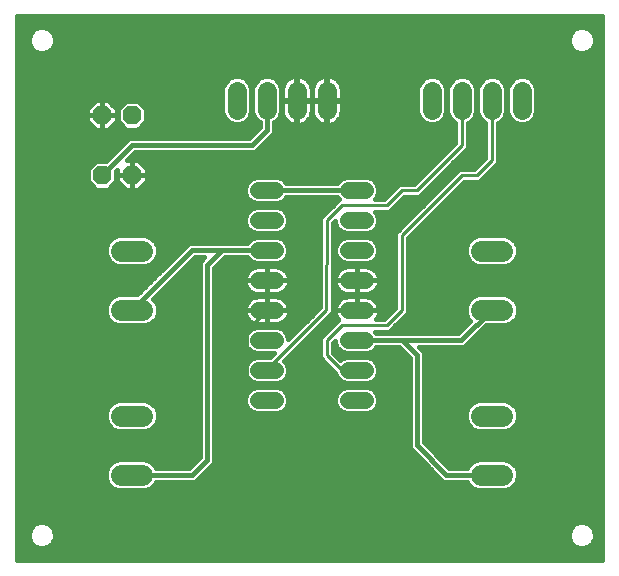
<source format=gbl>
G75*
%MOIN*%
%OFA0B0*%
%FSLAX25Y25*%
%IPPOS*%
%LPD*%
%AMOC8*
5,1,8,0,0,1.08239X$1,22.5*
%
%ADD10C,0.05600*%
%ADD11C,0.06400*%
%ADD12C,0.07100*%
%ADD13OC8,0.06300*%
%ADD14C,0.01000*%
%ADD15C,0.01600*%
D10*
X0089000Y0071800D02*
X0094600Y0071800D01*
X0094600Y0081800D02*
X0089000Y0081800D01*
X0089000Y0091800D02*
X0094600Y0091800D01*
X0094600Y0101800D02*
X0089000Y0101800D01*
X0089000Y0111800D02*
X0094600Y0111800D01*
X0094600Y0121800D02*
X0089000Y0121800D01*
X0089000Y0131800D02*
X0094600Y0131800D01*
X0094600Y0141800D02*
X0089000Y0141800D01*
X0119000Y0141800D02*
X0124600Y0141800D01*
X0124600Y0131800D02*
X0119000Y0131800D01*
X0119000Y0121800D02*
X0124600Y0121800D01*
X0124600Y0111800D02*
X0119000Y0111800D01*
X0119000Y0101800D02*
X0124600Y0101800D01*
X0124600Y0091800D02*
X0119000Y0091800D01*
X0119000Y0081800D02*
X0124600Y0081800D01*
X0124600Y0071800D02*
X0119000Y0071800D01*
D11*
X0111800Y0168600D02*
X0111800Y0175000D01*
X0101800Y0175000D02*
X0101800Y0168600D01*
X0091800Y0168600D02*
X0091800Y0175000D01*
X0081800Y0175000D02*
X0081800Y0168600D01*
X0146800Y0168600D02*
X0146800Y0175000D01*
X0156800Y0175000D02*
X0156800Y0168600D01*
X0166800Y0168600D02*
X0166800Y0175000D01*
X0176800Y0175000D02*
X0176800Y0168600D01*
D12*
X0170350Y0121643D02*
X0163250Y0121643D01*
X0163250Y0101957D02*
X0170350Y0101957D01*
X0170350Y0066643D02*
X0163250Y0066643D01*
X0163250Y0046957D02*
X0170350Y0046957D01*
X0050350Y0046957D02*
X0043250Y0046957D01*
X0043250Y0066643D02*
X0050350Y0066643D01*
X0050350Y0101957D02*
X0043250Y0101957D01*
X0043250Y0121643D02*
X0050350Y0121643D01*
D13*
X0046800Y0146800D03*
X0036800Y0146800D03*
X0036800Y0166800D03*
X0046800Y0166800D03*
D14*
X0047300Y0147300D02*
X0046800Y0146800D01*
X0047300Y0147300D02*
X0077000Y0147300D01*
X0091800Y0141800D02*
X0092300Y0141900D01*
X0111800Y0131800D02*
X0116800Y0136800D01*
X0131800Y0136800D01*
X0136800Y0141800D01*
X0141800Y0141800D01*
X0156800Y0156800D01*
X0156800Y0171800D01*
X0156200Y0171600D01*
X0156200Y0168000D01*
X0166800Y0171800D02*
X0166800Y0151800D01*
X0161800Y0146800D01*
X0156800Y0146800D01*
X0136800Y0126800D01*
X0136800Y0101800D01*
X0131800Y0096800D01*
X0116800Y0096800D01*
X0111800Y0091800D01*
X0111800Y0086800D01*
X0116800Y0081800D01*
X0121800Y0081800D01*
X0119300Y0099600D02*
X0118400Y0099600D01*
X0119300Y0099600D02*
X0121100Y0101400D01*
X0121800Y0101800D01*
X0111700Y0101900D02*
X0111800Y0131800D01*
X0121100Y0141900D02*
X0121800Y0141800D01*
X0101800Y0171800D02*
X0101300Y0171600D01*
X0091800Y0101800D02*
X0085100Y0095100D01*
X0085100Y0079800D01*
X0087800Y0077100D01*
X0095900Y0077100D01*
X0091800Y0081800D02*
X0092300Y0082500D01*
X0111700Y0101900D01*
D15*
X0008600Y0018600D02*
X0008600Y0199961D01*
X0203701Y0199961D01*
X0203701Y0018600D01*
X0008600Y0018600D01*
X0008600Y0019997D02*
X0203701Y0019997D01*
X0203701Y0021596D02*
X0008600Y0021596D01*
X0008600Y0023194D02*
X0014241Y0023194D01*
X0014331Y0023105D02*
X0015933Y0022441D01*
X0017667Y0022441D01*
X0019269Y0023105D01*
X0020495Y0024331D01*
X0021159Y0025933D01*
X0021159Y0027667D01*
X0020495Y0029269D01*
X0019269Y0030495D01*
X0017667Y0031159D01*
X0015933Y0031159D01*
X0014331Y0030495D01*
X0013105Y0029269D01*
X0012441Y0027667D01*
X0012441Y0025933D01*
X0013105Y0024331D01*
X0014331Y0023105D01*
X0012913Y0024793D02*
X0008600Y0024793D01*
X0008600Y0026391D02*
X0012441Y0026391D01*
X0012575Y0027990D02*
X0008600Y0027990D01*
X0008600Y0029588D02*
X0013423Y0029588D01*
X0008600Y0031187D02*
X0203701Y0031187D01*
X0203701Y0032785D02*
X0008600Y0032785D01*
X0008600Y0034384D02*
X0203701Y0034384D01*
X0203701Y0035982D02*
X0008600Y0035982D01*
X0008600Y0037581D02*
X0203701Y0037581D01*
X0203701Y0039179D02*
X0008600Y0039179D01*
X0008600Y0040778D02*
X0203701Y0040778D01*
X0203701Y0042376D02*
X0172747Y0042376D01*
X0173267Y0042592D02*
X0174716Y0044040D01*
X0175500Y0045933D01*
X0175500Y0047982D01*
X0174716Y0049875D01*
X0173267Y0051323D01*
X0171374Y0052107D01*
X0162226Y0052107D01*
X0160333Y0051323D01*
X0158884Y0049875D01*
X0158670Y0049357D01*
X0152637Y0049357D01*
X0144200Y0057794D01*
X0144200Y0087277D01*
X0143835Y0088159D01*
X0142594Y0089400D01*
X0157120Y0089400D01*
X0158002Y0089765D01*
X0165044Y0096807D01*
X0171374Y0096807D01*
X0173267Y0097592D01*
X0174716Y0099040D01*
X0175500Y0100933D01*
X0175500Y0102982D01*
X0174716Y0104875D01*
X0173267Y0106323D01*
X0171374Y0107107D01*
X0162226Y0107107D01*
X0160333Y0106323D01*
X0158884Y0104875D01*
X0158100Y0102982D01*
X0158100Y0100933D01*
X0158884Y0099040D01*
X0159686Y0098238D01*
X0155648Y0094200D01*
X0128368Y0094200D01*
X0128330Y0094292D01*
X0127923Y0094700D01*
X0132670Y0094700D01*
X0133900Y0095930D01*
X0138900Y0100930D01*
X0138900Y0125930D01*
X0157670Y0144700D01*
X0162670Y0144700D01*
X0163900Y0145930D01*
X0168900Y0150930D01*
X0168900Y0164274D01*
X0169519Y0164531D01*
X0170869Y0165881D01*
X0171600Y0167645D01*
X0171600Y0175955D01*
X0170869Y0177719D01*
X0169519Y0179069D01*
X0167755Y0179800D01*
X0165845Y0179800D01*
X0164081Y0179069D01*
X0162731Y0177719D01*
X0162000Y0175955D01*
X0162000Y0167645D01*
X0162731Y0165881D01*
X0164081Y0164531D01*
X0164700Y0164274D01*
X0164700Y0152670D01*
X0160930Y0148900D01*
X0155930Y0148900D01*
X0135930Y0128900D01*
X0134700Y0127670D01*
X0134700Y0102670D01*
X0130930Y0098900D01*
X0128179Y0098900D01*
X0128534Y0099389D01*
X0128863Y0100034D01*
X0129087Y0100723D01*
X0129200Y0101438D01*
X0129200Y0101800D01*
X0129200Y0102162D01*
X0129087Y0102877D01*
X0128863Y0103566D01*
X0128534Y0104211D01*
X0128109Y0104797D01*
X0127597Y0105309D01*
X0127011Y0105734D01*
X0126366Y0106063D01*
X0125677Y0106287D01*
X0124962Y0106400D01*
X0121800Y0106400D01*
X0121800Y0101800D01*
X0121800Y0101800D01*
X0129200Y0101800D01*
X0121800Y0101800D01*
X0121800Y0101800D01*
X0121800Y0101800D01*
X0114400Y0101800D01*
X0114400Y0102162D01*
X0114513Y0102877D01*
X0114737Y0103566D01*
X0115066Y0104211D01*
X0115491Y0104797D01*
X0116003Y0105309D01*
X0116589Y0105734D01*
X0117234Y0106063D01*
X0117923Y0106287D01*
X0118638Y0106400D01*
X0121800Y0106400D01*
X0121800Y0101800D01*
X0114400Y0101800D01*
X0114400Y0101438D01*
X0114513Y0100723D01*
X0114737Y0100034D01*
X0115066Y0099389D01*
X0115491Y0098803D01*
X0115662Y0098632D01*
X0110930Y0093900D01*
X0109700Y0092670D01*
X0109700Y0085930D01*
X0114600Y0081030D01*
X0114600Y0080925D01*
X0115270Y0079308D01*
X0116508Y0078070D01*
X0118125Y0077400D01*
X0125475Y0077400D01*
X0127092Y0078070D01*
X0128330Y0079308D01*
X0129000Y0080925D01*
X0129000Y0082675D01*
X0128330Y0084292D01*
X0127092Y0085530D01*
X0125475Y0086200D01*
X0118125Y0086200D01*
X0116508Y0085530D01*
X0116274Y0085296D01*
X0113900Y0087670D01*
X0113900Y0090930D01*
X0114600Y0091630D01*
X0114600Y0090925D01*
X0115270Y0089308D01*
X0116508Y0088070D01*
X0118125Y0087400D01*
X0125475Y0087400D01*
X0127092Y0088070D01*
X0128330Y0089308D01*
X0128368Y0089400D01*
X0135806Y0089400D01*
X0139400Y0085806D01*
X0139400Y0056323D01*
X0139765Y0055441D01*
X0140441Y0054765D01*
X0150283Y0044923D01*
X0151165Y0044557D01*
X0158670Y0044557D01*
X0158884Y0044040D01*
X0160333Y0042592D01*
X0162226Y0041807D01*
X0171374Y0041807D01*
X0173267Y0042592D01*
X0174650Y0043975D02*
X0203701Y0043975D01*
X0203701Y0045573D02*
X0175351Y0045573D01*
X0175500Y0047172D02*
X0203701Y0047172D01*
X0203701Y0048770D02*
X0175173Y0048770D01*
X0174222Y0050369D02*
X0203701Y0050369D01*
X0203701Y0051967D02*
X0171713Y0051967D01*
X0166800Y0046957D02*
X0151643Y0046957D01*
X0141800Y0056800D01*
X0141800Y0086800D01*
X0136800Y0091800D01*
X0156643Y0091800D01*
X0166800Y0101957D01*
X0164962Y0096726D02*
X0203701Y0096726D01*
X0203701Y0098324D02*
X0174000Y0098324D01*
X0175081Y0099923D02*
X0203701Y0099923D01*
X0203701Y0101521D02*
X0175500Y0101521D01*
X0175443Y0103120D02*
X0203701Y0103120D01*
X0203701Y0104718D02*
X0174781Y0104718D01*
X0173274Y0106317D02*
X0203701Y0106317D01*
X0203701Y0107915D02*
X0138900Y0107915D01*
X0138900Y0106317D02*
X0160326Y0106317D01*
X0158819Y0104718D02*
X0138900Y0104718D01*
X0138900Y0103120D02*
X0158157Y0103120D01*
X0158100Y0101521D02*
X0138900Y0101521D01*
X0137892Y0099923D02*
X0158519Y0099923D01*
X0159600Y0098324D02*
X0136294Y0098324D01*
X0134695Y0096726D02*
X0158174Y0096726D01*
X0156575Y0095127D02*
X0133097Y0095127D01*
X0131953Y0099923D02*
X0128806Y0099923D01*
X0129200Y0101521D02*
X0133551Y0101521D01*
X0134700Y0103120D02*
X0129008Y0103120D01*
X0128166Y0104718D02*
X0134700Y0104718D01*
X0134700Y0106317D02*
X0125488Y0106317D01*
X0125677Y0107313D02*
X0126366Y0107537D01*
X0127011Y0107866D01*
X0127597Y0108291D01*
X0128109Y0108803D01*
X0128534Y0109389D01*
X0128863Y0110034D01*
X0129087Y0110723D01*
X0129200Y0111438D01*
X0129200Y0111800D01*
X0129200Y0112162D01*
X0129087Y0112877D01*
X0128863Y0113566D01*
X0128534Y0114211D01*
X0128109Y0114797D01*
X0127597Y0115309D01*
X0127011Y0115734D01*
X0126366Y0116063D01*
X0125677Y0116287D01*
X0124962Y0116400D01*
X0121800Y0116400D01*
X0121800Y0111800D01*
X0121800Y0111800D01*
X0129200Y0111800D01*
X0121800Y0111800D01*
X0121800Y0111800D01*
X0121800Y0107200D01*
X0124962Y0107200D01*
X0125677Y0107313D01*
X0127079Y0107915D02*
X0134700Y0107915D01*
X0134700Y0109514D02*
X0128598Y0109514D01*
X0129148Y0111112D02*
X0134700Y0111112D01*
X0134700Y0112711D02*
X0129113Y0112711D01*
X0128463Y0114309D02*
X0134700Y0114309D01*
X0134700Y0115908D02*
X0126671Y0115908D01*
X0125732Y0117506D02*
X0134700Y0117506D01*
X0134700Y0119105D02*
X0128127Y0119105D01*
X0128330Y0119308D02*
X0129000Y0120925D01*
X0129000Y0122675D01*
X0128330Y0124292D01*
X0127092Y0125530D01*
X0125475Y0126200D01*
X0118125Y0126200D01*
X0116508Y0125530D01*
X0115270Y0124292D01*
X0114600Y0122675D01*
X0114600Y0120925D01*
X0115270Y0119308D01*
X0116508Y0118070D01*
X0118125Y0117400D01*
X0125475Y0117400D01*
X0127092Y0118070D01*
X0128330Y0119308D01*
X0128908Y0120703D02*
X0134700Y0120703D01*
X0134700Y0122302D02*
X0129000Y0122302D01*
X0128493Y0123900D02*
X0134700Y0123900D01*
X0134700Y0125499D02*
X0127124Y0125499D01*
X0125475Y0127400D02*
X0127092Y0128070D01*
X0128330Y0129308D01*
X0129000Y0130925D01*
X0129000Y0132675D01*
X0128330Y0134292D01*
X0127923Y0134700D01*
X0132670Y0134700D01*
X0137670Y0139700D01*
X0142670Y0139700D01*
X0157670Y0154700D01*
X0158900Y0155930D01*
X0158900Y0164274D01*
X0159519Y0164531D01*
X0160869Y0165881D01*
X0161600Y0167645D01*
X0161600Y0175955D01*
X0160869Y0177719D01*
X0159519Y0179069D01*
X0157755Y0179800D01*
X0155845Y0179800D01*
X0154081Y0179069D01*
X0152731Y0177719D01*
X0152000Y0175955D01*
X0152000Y0167645D01*
X0152731Y0165881D01*
X0154081Y0164531D01*
X0154700Y0164274D01*
X0154700Y0157670D01*
X0140930Y0143900D01*
X0135930Y0143900D01*
X0134700Y0142670D01*
X0130930Y0138900D01*
X0127923Y0138900D01*
X0128330Y0139308D01*
X0129000Y0140925D01*
X0129000Y0142675D01*
X0128330Y0144292D01*
X0127092Y0145530D01*
X0125475Y0146200D01*
X0118125Y0146200D01*
X0116508Y0145530D01*
X0115270Y0144292D01*
X0115232Y0144200D01*
X0098368Y0144200D01*
X0098330Y0144292D01*
X0097092Y0145530D01*
X0095475Y0146200D01*
X0088125Y0146200D01*
X0086508Y0145530D01*
X0085270Y0144292D01*
X0084600Y0142675D01*
X0084600Y0140925D01*
X0085270Y0139308D01*
X0086508Y0138070D01*
X0088125Y0137400D01*
X0095475Y0137400D01*
X0097092Y0138070D01*
X0098330Y0139308D01*
X0098368Y0139400D01*
X0115232Y0139400D01*
X0115270Y0139308D01*
X0115804Y0138774D01*
X0114700Y0137670D01*
X0110318Y0133288D01*
X0109703Y0132677D01*
X0109703Y0132673D01*
X0109700Y0132670D01*
X0109700Y0131805D01*
X0109603Y0102773D01*
X0099000Y0092170D01*
X0099000Y0092675D01*
X0098330Y0094292D01*
X0097092Y0095530D01*
X0095475Y0096200D01*
X0088125Y0096200D01*
X0086508Y0095530D01*
X0085270Y0094292D01*
X0084600Y0092675D01*
X0084600Y0090925D01*
X0085270Y0089308D01*
X0086508Y0088070D01*
X0088125Y0087400D01*
X0094230Y0087400D01*
X0093030Y0086200D01*
X0088125Y0086200D01*
X0086508Y0085530D01*
X0085270Y0084292D01*
X0084600Y0082675D01*
X0084600Y0080925D01*
X0085270Y0079308D01*
X0086508Y0078070D01*
X0088125Y0077400D01*
X0095475Y0077400D01*
X0097092Y0078070D01*
X0098330Y0079308D01*
X0099000Y0080925D01*
X0099000Y0082675D01*
X0098330Y0084292D01*
X0097696Y0084926D01*
X0113182Y0100412D01*
X0113797Y0101023D01*
X0113797Y0101027D01*
X0113800Y0101030D01*
X0113800Y0101895D01*
X0113897Y0130927D01*
X0114600Y0131630D01*
X0114600Y0130925D01*
X0115270Y0129308D01*
X0116508Y0128070D01*
X0118125Y0127400D01*
X0125475Y0127400D01*
X0127718Y0128696D02*
X0135726Y0128696D01*
X0134700Y0127097D02*
X0113884Y0127097D01*
X0113879Y0125499D02*
X0116476Y0125499D01*
X0115107Y0123900D02*
X0113874Y0123900D01*
X0113868Y0122302D02*
X0114600Y0122302D01*
X0114692Y0120703D02*
X0113863Y0120703D01*
X0113858Y0119105D02*
X0115473Y0119105D01*
X0113852Y0117506D02*
X0117868Y0117506D01*
X0117923Y0116287D02*
X0117234Y0116063D01*
X0116589Y0115734D01*
X0116003Y0115309D01*
X0115491Y0114797D01*
X0115066Y0114211D01*
X0114737Y0113566D01*
X0114513Y0112877D01*
X0114400Y0112162D01*
X0114400Y0111800D01*
X0121800Y0111800D01*
X0121800Y0111800D01*
X0121800Y0111800D01*
X0121800Y0116400D01*
X0118638Y0116400D01*
X0117923Y0116287D01*
X0116929Y0115908D02*
X0113847Y0115908D01*
X0113841Y0114309D02*
X0115137Y0114309D01*
X0114487Y0112711D02*
X0113836Y0112711D01*
X0114400Y0111800D02*
X0114400Y0111438D01*
X0114513Y0110723D01*
X0114737Y0110034D01*
X0115066Y0109389D01*
X0115491Y0108803D01*
X0116003Y0108291D01*
X0116589Y0107866D01*
X0117234Y0107537D01*
X0117923Y0107313D01*
X0118638Y0107200D01*
X0121800Y0107200D01*
X0121800Y0111800D01*
X0114400Y0111800D01*
X0114452Y0111112D02*
X0113831Y0111112D01*
X0113825Y0109514D02*
X0115002Y0109514D01*
X0113820Y0107915D02*
X0116521Y0107915D01*
X0118112Y0106317D02*
X0113815Y0106317D01*
X0113809Y0104718D02*
X0115434Y0104718D01*
X0114592Y0103120D02*
X0113804Y0103120D01*
X0113800Y0101521D02*
X0114400Y0101521D01*
X0114794Y0099923D02*
X0112692Y0099923D01*
X0111094Y0098324D02*
X0115354Y0098324D01*
X0113756Y0096726D02*
X0109495Y0096726D01*
X0107897Y0095127D02*
X0112157Y0095127D01*
X0110559Y0093529D02*
X0106298Y0093529D01*
X0104700Y0091930D02*
X0109700Y0091930D01*
X0109700Y0090332D02*
X0103101Y0090332D01*
X0101503Y0088733D02*
X0109700Y0088733D01*
X0109700Y0087134D02*
X0099904Y0087134D01*
X0098306Y0085536D02*
X0110094Y0085536D01*
X0111693Y0083937D02*
X0098477Y0083937D01*
X0099000Y0082339D02*
X0113291Y0082339D01*
X0114676Y0080740D02*
X0098924Y0080740D01*
X0098164Y0079142D02*
X0115436Y0079142D01*
X0117778Y0077543D02*
X0095821Y0077543D01*
X0095475Y0076200D02*
X0097092Y0075530D01*
X0098330Y0074292D01*
X0099000Y0072675D01*
X0099000Y0070925D01*
X0098330Y0069308D01*
X0097092Y0068070D01*
X0095475Y0067400D01*
X0088125Y0067400D01*
X0086508Y0068070D01*
X0085270Y0069308D01*
X0084600Y0070925D01*
X0084600Y0072675D01*
X0085270Y0074292D01*
X0086508Y0075530D01*
X0088125Y0076200D01*
X0095475Y0076200D01*
X0096091Y0075945D02*
X0117509Y0075945D01*
X0118125Y0076200D02*
X0116508Y0075530D01*
X0115270Y0074292D01*
X0114600Y0072675D01*
X0114600Y0070925D01*
X0115270Y0069308D01*
X0116508Y0068070D01*
X0118125Y0067400D01*
X0125475Y0067400D01*
X0127092Y0068070D01*
X0128330Y0069308D01*
X0129000Y0070925D01*
X0129000Y0072675D01*
X0128330Y0074292D01*
X0127092Y0075530D01*
X0125475Y0076200D01*
X0118125Y0076200D01*
X0115324Y0074346D02*
X0098276Y0074346D01*
X0098970Y0072748D02*
X0114630Y0072748D01*
X0114600Y0071149D02*
X0099000Y0071149D01*
X0098431Y0069551D02*
X0115169Y0069551D01*
X0116791Y0067952D02*
X0096809Y0067952D01*
X0087509Y0075945D02*
X0074200Y0075945D01*
X0074200Y0077543D02*
X0087778Y0077543D01*
X0085436Y0079142D02*
X0074200Y0079142D01*
X0074200Y0080740D02*
X0084676Y0080740D01*
X0084600Y0082339D02*
X0074200Y0082339D01*
X0074200Y0083937D02*
X0085123Y0083937D01*
X0086522Y0085536D02*
X0074200Y0085536D01*
X0074200Y0087134D02*
X0093965Y0087134D01*
X0098647Y0093529D02*
X0100359Y0093529D01*
X0101957Y0095127D02*
X0097495Y0095127D01*
X0096366Y0097537D02*
X0095677Y0097313D01*
X0094962Y0097200D01*
X0091800Y0097200D01*
X0091800Y0101800D01*
X0091800Y0101800D01*
X0091800Y0106400D01*
X0094962Y0106400D01*
X0095677Y0106287D01*
X0096366Y0106063D01*
X0097011Y0105734D01*
X0097597Y0105309D01*
X0098109Y0104797D01*
X0098534Y0104211D01*
X0098863Y0103566D01*
X0099087Y0102877D01*
X0099200Y0102162D01*
X0099200Y0101800D01*
X0091800Y0101800D01*
X0091800Y0101800D01*
X0091800Y0101800D01*
X0091800Y0101800D01*
X0084400Y0101800D01*
X0084400Y0102162D01*
X0084513Y0102877D01*
X0084737Y0103566D01*
X0085066Y0104211D01*
X0085491Y0104797D01*
X0086003Y0105309D01*
X0086589Y0105734D01*
X0087234Y0106063D01*
X0087923Y0106287D01*
X0088638Y0106400D01*
X0091800Y0106400D01*
X0091800Y0101800D01*
X0099200Y0101800D01*
X0099200Y0101438D01*
X0099087Y0100723D01*
X0098863Y0100034D01*
X0098534Y0099389D01*
X0098109Y0098803D01*
X0097597Y0098291D01*
X0097011Y0097866D01*
X0096366Y0097537D01*
X0097629Y0098324D02*
X0105154Y0098324D01*
X0103556Y0096726D02*
X0074200Y0096726D01*
X0074200Y0098324D02*
X0085971Y0098324D01*
X0086003Y0098291D02*
X0086589Y0097866D01*
X0087234Y0097537D01*
X0087923Y0097313D01*
X0088638Y0097200D01*
X0091800Y0097200D01*
X0091800Y0101800D01*
X0084400Y0101800D01*
X0084400Y0101438D01*
X0084513Y0100723D01*
X0084737Y0100034D01*
X0085066Y0099389D01*
X0085491Y0098803D01*
X0086003Y0098291D01*
X0084794Y0099923D02*
X0074200Y0099923D01*
X0074200Y0101521D02*
X0084400Y0101521D01*
X0084592Y0103120D02*
X0074200Y0103120D01*
X0074200Y0104718D02*
X0085434Y0104718D01*
X0088112Y0106317D02*
X0074200Y0106317D01*
X0074200Y0107915D02*
X0086521Y0107915D01*
X0086589Y0107866D02*
X0087234Y0107537D01*
X0087923Y0107313D01*
X0088638Y0107200D01*
X0091800Y0107200D01*
X0094962Y0107200D01*
X0095677Y0107313D01*
X0096366Y0107537D01*
X0097011Y0107866D01*
X0097597Y0108291D01*
X0098109Y0108803D01*
X0098534Y0109389D01*
X0098863Y0110034D01*
X0099087Y0110723D01*
X0099200Y0111438D01*
X0099200Y0111800D01*
X0099200Y0112162D01*
X0099087Y0112877D01*
X0098863Y0113566D01*
X0098534Y0114211D01*
X0098109Y0114797D01*
X0097597Y0115309D01*
X0097011Y0115734D01*
X0096366Y0116063D01*
X0095677Y0116287D01*
X0094962Y0116400D01*
X0091800Y0116400D01*
X0091800Y0111800D01*
X0091800Y0111800D01*
X0099200Y0111800D01*
X0091800Y0111800D01*
X0091800Y0111800D01*
X0091800Y0107200D01*
X0091800Y0111800D01*
X0091800Y0111800D01*
X0091800Y0111800D01*
X0084400Y0111800D01*
X0084400Y0112162D01*
X0084513Y0112877D01*
X0084737Y0113566D01*
X0085066Y0114211D01*
X0085491Y0114797D01*
X0086003Y0115309D01*
X0086589Y0115734D01*
X0087234Y0116063D01*
X0087923Y0116287D01*
X0088638Y0116400D01*
X0091800Y0116400D01*
X0091800Y0111800D01*
X0084400Y0111800D01*
X0084400Y0111438D01*
X0084513Y0110723D01*
X0084737Y0110034D01*
X0085066Y0109389D01*
X0085491Y0108803D01*
X0086003Y0108291D01*
X0086589Y0107866D01*
X0085002Y0109514D02*
X0074200Y0109514D01*
X0074200Y0111112D02*
X0084452Y0111112D01*
X0084487Y0112711D02*
X0074200Y0112711D01*
X0074200Y0114309D02*
X0085137Y0114309D01*
X0086929Y0115908D02*
X0074302Y0115908D01*
X0074200Y0115806D02*
X0077794Y0119400D01*
X0085232Y0119400D01*
X0085270Y0119308D01*
X0086508Y0118070D01*
X0088125Y0117400D01*
X0095475Y0117400D01*
X0097092Y0118070D01*
X0098330Y0119308D01*
X0099000Y0120925D01*
X0099000Y0122675D01*
X0098330Y0124292D01*
X0097092Y0125530D01*
X0095475Y0126200D01*
X0088125Y0126200D01*
X0086508Y0125530D01*
X0085270Y0124292D01*
X0085232Y0124200D01*
X0066323Y0124200D01*
X0065441Y0123835D01*
X0048713Y0107107D01*
X0042226Y0107107D01*
X0040333Y0106323D01*
X0038884Y0104875D01*
X0038100Y0102982D01*
X0038100Y0100933D01*
X0038884Y0099040D01*
X0040333Y0097592D01*
X0042226Y0096807D01*
X0051374Y0096807D01*
X0053267Y0097592D01*
X0054716Y0099040D01*
X0055500Y0100933D01*
X0055500Y0102982D01*
X0054716Y0104875D01*
X0053992Y0105598D01*
X0067794Y0119400D01*
X0071006Y0119400D01*
X0069765Y0118159D01*
X0069400Y0117277D01*
X0069400Y0052794D01*
X0065963Y0049357D01*
X0054930Y0049357D01*
X0054716Y0049875D01*
X0053267Y0051323D01*
X0051374Y0052107D01*
X0042226Y0052107D01*
X0040333Y0051323D01*
X0038884Y0049875D01*
X0038100Y0047982D01*
X0038100Y0045933D01*
X0038884Y0044040D01*
X0040333Y0042592D01*
X0042226Y0041807D01*
X0051374Y0041807D01*
X0053267Y0042592D01*
X0054716Y0044040D01*
X0054930Y0044557D01*
X0067435Y0044557D01*
X0068317Y0044923D01*
X0073159Y0049765D01*
X0073835Y0050441D01*
X0074200Y0051323D01*
X0074200Y0115806D01*
X0075900Y0117506D02*
X0087868Y0117506D01*
X0085473Y0119105D02*
X0077499Y0119105D01*
X0076800Y0121800D02*
X0071800Y0116800D01*
X0071800Y0051800D01*
X0066957Y0046957D01*
X0046800Y0046957D01*
X0041887Y0051967D02*
X0008600Y0051967D01*
X0008600Y0050369D02*
X0039378Y0050369D01*
X0038427Y0048770D02*
X0008600Y0048770D01*
X0008600Y0047172D02*
X0038100Y0047172D01*
X0038249Y0045573D02*
X0008600Y0045573D01*
X0008600Y0043975D02*
X0038950Y0043975D01*
X0040853Y0042376D02*
X0008600Y0042376D01*
X0008600Y0053566D02*
X0069400Y0053566D01*
X0069400Y0055164D02*
X0008600Y0055164D01*
X0008600Y0056763D02*
X0069400Y0056763D01*
X0069400Y0058361D02*
X0008600Y0058361D01*
X0008600Y0059960D02*
X0069400Y0059960D01*
X0069400Y0061558D02*
X0051533Y0061558D01*
X0051374Y0061493D02*
X0053267Y0062277D01*
X0054716Y0063725D01*
X0055500Y0065618D01*
X0055500Y0067667D01*
X0054716Y0069560D01*
X0053267Y0071008D01*
X0051374Y0071793D01*
X0042226Y0071793D01*
X0040333Y0071008D01*
X0038884Y0069560D01*
X0038100Y0067667D01*
X0038100Y0065618D01*
X0038884Y0063725D01*
X0040333Y0062277D01*
X0042226Y0061493D01*
X0051374Y0061493D01*
X0054148Y0063157D02*
X0069400Y0063157D01*
X0069400Y0064755D02*
X0055143Y0064755D01*
X0055500Y0066354D02*
X0069400Y0066354D01*
X0069400Y0067952D02*
X0055382Y0067952D01*
X0054720Y0069551D02*
X0069400Y0069551D01*
X0069400Y0071149D02*
X0052927Y0071149D01*
X0042067Y0061558D02*
X0008600Y0061558D01*
X0008600Y0063157D02*
X0039452Y0063157D01*
X0038457Y0064755D02*
X0008600Y0064755D01*
X0008600Y0066354D02*
X0038100Y0066354D01*
X0038218Y0067952D02*
X0008600Y0067952D01*
X0008600Y0069551D02*
X0038880Y0069551D01*
X0040673Y0071149D02*
X0008600Y0071149D01*
X0008600Y0072748D02*
X0069400Y0072748D01*
X0069400Y0074346D02*
X0008600Y0074346D01*
X0008600Y0075945D02*
X0069400Y0075945D01*
X0069400Y0077543D02*
X0008600Y0077543D01*
X0008600Y0079142D02*
X0069400Y0079142D01*
X0069400Y0080740D02*
X0008600Y0080740D01*
X0008600Y0082339D02*
X0069400Y0082339D01*
X0069400Y0083937D02*
X0008600Y0083937D01*
X0008600Y0085536D02*
X0069400Y0085536D01*
X0069400Y0087134D02*
X0008600Y0087134D01*
X0008600Y0088733D02*
X0069400Y0088733D01*
X0069400Y0090332D02*
X0008600Y0090332D01*
X0008600Y0091930D02*
X0069400Y0091930D01*
X0069400Y0093529D02*
X0008600Y0093529D01*
X0008600Y0095127D02*
X0069400Y0095127D01*
X0069400Y0096726D02*
X0008600Y0096726D01*
X0008600Y0098324D02*
X0039600Y0098324D01*
X0038519Y0099923D02*
X0008600Y0099923D01*
X0008600Y0101521D02*
X0038100Y0101521D01*
X0038157Y0103120D02*
X0008600Y0103120D01*
X0008600Y0104718D02*
X0038819Y0104718D01*
X0040326Y0106317D02*
X0008600Y0106317D01*
X0008600Y0107915D02*
X0049521Y0107915D01*
X0051120Y0109514D02*
X0008600Y0109514D01*
X0008600Y0111112D02*
X0052718Y0111112D01*
X0054317Y0112711D02*
X0008600Y0112711D01*
X0008600Y0114309D02*
X0055915Y0114309D01*
X0057514Y0115908D02*
X0008600Y0115908D01*
X0008600Y0117506D02*
X0040103Y0117506D01*
X0040333Y0117277D02*
X0042226Y0116493D01*
X0051374Y0116493D01*
X0053267Y0117277D01*
X0054716Y0118725D01*
X0055500Y0120618D01*
X0055500Y0122667D01*
X0054716Y0124560D01*
X0053267Y0126008D01*
X0051374Y0126793D01*
X0042226Y0126793D01*
X0040333Y0126008D01*
X0038884Y0124560D01*
X0038100Y0122667D01*
X0038100Y0120618D01*
X0038884Y0118725D01*
X0040333Y0117277D01*
X0038727Y0119105D02*
X0008600Y0119105D01*
X0008600Y0120703D02*
X0038100Y0120703D01*
X0038100Y0122302D02*
X0008600Y0122302D01*
X0008600Y0123900D02*
X0038611Y0123900D01*
X0039823Y0125499D02*
X0008600Y0125499D01*
X0008600Y0127097D02*
X0109684Y0127097D01*
X0109679Y0125499D02*
X0097124Y0125499D01*
X0098493Y0123900D02*
X0109674Y0123900D01*
X0109668Y0122302D02*
X0099000Y0122302D01*
X0098908Y0120703D02*
X0109663Y0120703D01*
X0109658Y0119105D02*
X0098127Y0119105D01*
X0095732Y0117506D02*
X0109652Y0117506D01*
X0109647Y0115908D02*
X0096671Y0115908D01*
X0098463Y0114309D02*
X0109641Y0114309D01*
X0109636Y0112711D02*
X0099113Y0112711D01*
X0099148Y0111112D02*
X0109631Y0111112D01*
X0109625Y0109514D02*
X0098598Y0109514D01*
X0097079Y0107915D02*
X0109620Y0107915D01*
X0109615Y0106317D02*
X0095488Y0106317D01*
X0098166Y0104718D02*
X0109609Y0104718D01*
X0109604Y0103120D02*
X0099008Y0103120D01*
X0099200Y0101521D02*
X0108351Y0101521D01*
X0106753Y0099923D02*
X0098806Y0099923D01*
X0091800Y0099923D02*
X0091800Y0099923D01*
X0091800Y0101521D02*
X0091800Y0101521D01*
X0091800Y0103120D02*
X0091800Y0103120D01*
X0091800Y0104718D02*
X0091800Y0104718D01*
X0091800Y0106317D02*
X0091800Y0106317D01*
X0091800Y0107915D02*
X0091800Y0107915D01*
X0091800Y0109514D02*
X0091800Y0109514D01*
X0091800Y0111112D02*
X0091800Y0111112D01*
X0091800Y0112711D02*
X0091800Y0112711D01*
X0091800Y0114309D02*
X0091800Y0114309D01*
X0091800Y0115908D02*
X0091800Y0115908D01*
X0091800Y0121800D02*
X0076800Y0121800D01*
X0066800Y0121800D01*
X0046800Y0101800D01*
X0054000Y0098324D02*
X0069400Y0098324D01*
X0069400Y0099923D02*
X0055081Y0099923D01*
X0055500Y0101521D02*
X0069400Y0101521D01*
X0069400Y0103120D02*
X0055443Y0103120D01*
X0054781Y0104718D02*
X0069400Y0104718D01*
X0069400Y0106317D02*
X0054711Y0106317D01*
X0056309Y0107915D02*
X0069400Y0107915D01*
X0069400Y0109514D02*
X0057908Y0109514D01*
X0059506Y0111112D02*
X0069400Y0111112D01*
X0069400Y0112711D02*
X0061105Y0112711D01*
X0062703Y0114309D02*
X0069400Y0114309D01*
X0069400Y0115908D02*
X0064302Y0115908D01*
X0065900Y0117506D02*
X0069495Y0117506D01*
X0070711Y0119105D02*
X0067499Y0119105D01*
X0063908Y0122302D02*
X0055500Y0122302D01*
X0055500Y0120703D02*
X0062309Y0120703D01*
X0060711Y0119105D02*
X0054873Y0119105D01*
X0053497Y0117506D02*
X0059112Y0117506D01*
X0054989Y0123900D02*
X0065599Y0123900D01*
X0053777Y0125499D02*
X0086476Y0125499D01*
X0088125Y0127400D02*
X0086508Y0128070D01*
X0085270Y0129308D01*
X0084600Y0130925D01*
X0084600Y0132675D01*
X0085270Y0134292D01*
X0086508Y0135530D01*
X0088125Y0136200D01*
X0095475Y0136200D01*
X0097092Y0135530D01*
X0098330Y0134292D01*
X0099000Y0132675D01*
X0099000Y0130925D01*
X0098330Y0129308D01*
X0097092Y0128070D01*
X0095475Y0127400D01*
X0088125Y0127400D01*
X0085882Y0128696D02*
X0008600Y0128696D01*
X0008600Y0130294D02*
X0084861Y0130294D01*
X0084600Y0131893D02*
X0008600Y0131893D01*
X0008600Y0133491D02*
X0084938Y0133491D01*
X0086067Y0135090D02*
X0008600Y0135090D01*
X0008600Y0136688D02*
X0113719Y0136688D01*
X0115317Y0138287D02*
X0097309Y0138287D01*
X0097533Y0135090D02*
X0112120Y0135090D01*
X0110521Y0133491D02*
X0098662Y0133491D01*
X0099000Y0131893D02*
X0109700Y0131893D01*
X0109695Y0130294D02*
X0098739Y0130294D01*
X0097718Y0128696D02*
X0109690Y0128696D01*
X0113890Y0128696D02*
X0115882Y0128696D01*
X0114861Y0130294D02*
X0113895Y0130294D01*
X0121800Y0141800D02*
X0092400Y0141800D01*
X0092300Y0141900D01*
X0097942Y0144681D02*
X0115658Y0144681D01*
X0127942Y0144681D02*
X0141711Y0144681D01*
X0143310Y0146279D02*
X0051750Y0146279D01*
X0051750Y0146800D02*
X0046800Y0146800D01*
X0051750Y0146800D01*
X0051750Y0148850D01*
X0048850Y0151750D01*
X0046800Y0151750D01*
X0046800Y0146800D01*
X0046800Y0146800D01*
X0046800Y0146800D01*
X0046800Y0141850D01*
X0048850Y0141850D01*
X0051750Y0144750D01*
X0051750Y0146800D01*
X0051750Y0147878D02*
X0144908Y0147878D01*
X0146507Y0149476D02*
X0051124Y0149476D01*
X0049525Y0151075D02*
X0148105Y0151075D01*
X0149704Y0152673D02*
X0046068Y0152673D01*
X0046800Y0151750D02*
X0045144Y0151750D01*
X0047794Y0154400D01*
X0087277Y0154400D01*
X0088159Y0154765D01*
X0088835Y0155441D01*
X0093835Y0160441D01*
X0094200Y0161323D01*
X0094200Y0164399D01*
X0094519Y0164531D01*
X0095869Y0165881D01*
X0096600Y0167645D01*
X0096600Y0175955D01*
X0095869Y0177719D01*
X0094519Y0179069D01*
X0092755Y0179800D01*
X0090845Y0179800D01*
X0089081Y0179069D01*
X0087731Y0177719D01*
X0087000Y0175955D01*
X0087000Y0167645D01*
X0087731Y0165881D01*
X0089081Y0164531D01*
X0089400Y0164399D01*
X0089400Y0162794D01*
X0085806Y0159200D01*
X0046323Y0159200D01*
X0045441Y0158835D01*
X0038156Y0151550D01*
X0034832Y0151550D01*
X0032050Y0148768D01*
X0032050Y0144832D01*
X0034832Y0142050D01*
X0038768Y0142050D01*
X0041550Y0144832D01*
X0041550Y0148156D01*
X0041850Y0148456D01*
X0041850Y0146800D01*
X0046800Y0146800D01*
X0046800Y0146800D01*
X0046800Y0146800D01*
X0046800Y0151750D01*
X0046800Y0151075D02*
X0046800Y0151075D01*
X0046800Y0149476D02*
X0046800Y0149476D01*
X0046800Y0147878D02*
X0046800Y0147878D01*
X0046800Y0146800D02*
X0041850Y0146800D01*
X0041850Y0144750D01*
X0044750Y0141850D01*
X0046800Y0141850D01*
X0046800Y0146800D01*
X0046800Y0146279D02*
X0046800Y0146279D01*
X0046800Y0144681D02*
X0046800Y0144681D01*
X0046800Y0143082D02*
X0046800Y0143082D01*
X0050083Y0143082D02*
X0084769Y0143082D01*
X0084600Y0141484D02*
X0008600Y0141484D01*
X0008600Y0143082D02*
X0033800Y0143082D01*
X0032202Y0144681D02*
X0008600Y0144681D01*
X0008600Y0146279D02*
X0032050Y0146279D01*
X0032050Y0147878D02*
X0008600Y0147878D01*
X0008600Y0149476D02*
X0032759Y0149476D01*
X0034357Y0151075D02*
X0008600Y0151075D01*
X0008600Y0152673D02*
X0039279Y0152673D01*
X0040878Y0154272D02*
X0008600Y0154272D01*
X0008600Y0155870D02*
X0042476Y0155870D01*
X0044075Y0157469D02*
X0008600Y0157469D01*
X0008600Y0159068D02*
X0046003Y0159068D01*
X0046800Y0156800D02*
X0036800Y0146800D01*
X0039800Y0143082D02*
X0043517Y0143082D01*
X0041919Y0144681D02*
X0041398Y0144681D01*
X0041550Y0146279D02*
X0041850Y0146279D01*
X0041850Y0147878D02*
X0041550Y0147878D01*
X0047666Y0154272D02*
X0151302Y0154272D01*
X0152901Y0155870D02*
X0089265Y0155870D01*
X0090863Y0157469D02*
X0154499Y0157469D01*
X0154700Y0159068D02*
X0092462Y0159068D01*
X0093928Y0160666D02*
X0154700Y0160666D01*
X0154700Y0162265D02*
X0094200Y0162265D01*
X0094200Y0163863D02*
X0100198Y0163863D01*
X0099881Y0163966D02*
X0100629Y0163723D01*
X0101406Y0163600D01*
X0101600Y0163600D01*
X0101600Y0171600D01*
X0102000Y0171600D01*
X0102000Y0172000D01*
X0106800Y0172000D01*
X0111600Y0172000D01*
X0111600Y0180000D01*
X0111406Y0180000D01*
X0110629Y0179877D01*
X0109881Y0179634D01*
X0109179Y0179276D01*
X0108543Y0178814D01*
X0107986Y0178257D01*
X0107524Y0177621D01*
X0107166Y0176919D01*
X0106923Y0176171D01*
X0106800Y0175394D01*
X0106677Y0176171D01*
X0106434Y0176919D01*
X0106076Y0177621D01*
X0105614Y0178257D01*
X0105057Y0178814D01*
X0104421Y0179276D01*
X0103719Y0179634D01*
X0102971Y0179877D01*
X0102194Y0180000D01*
X0102000Y0180000D01*
X0102000Y0172000D01*
X0101600Y0172000D01*
X0101600Y0180000D01*
X0101406Y0180000D01*
X0100629Y0179877D01*
X0099881Y0179634D01*
X0099179Y0179276D01*
X0098543Y0178814D01*
X0097986Y0178257D01*
X0097524Y0177621D01*
X0097166Y0176919D01*
X0096923Y0176171D01*
X0096800Y0175394D01*
X0096800Y0172000D01*
X0101600Y0172000D01*
X0101600Y0171600D01*
X0096800Y0171600D01*
X0096800Y0168206D01*
X0096923Y0167429D01*
X0097166Y0166681D01*
X0097524Y0165979D01*
X0097986Y0165343D01*
X0098543Y0164786D01*
X0099179Y0164324D01*
X0099881Y0163966D01*
X0101600Y0163863D02*
X0102000Y0163863D01*
X0102000Y0163600D02*
X0102194Y0163600D01*
X0102971Y0163723D01*
X0103719Y0163966D01*
X0104421Y0164324D01*
X0105057Y0164786D01*
X0105614Y0165343D01*
X0106076Y0165979D01*
X0106434Y0166681D01*
X0106677Y0167429D01*
X0106800Y0168206D01*
X0106800Y0171600D01*
X0102000Y0171600D01*
X0102000Y0163600D01*
X0103401Y0163863D02*
X0110198Y0163863D01*
X0109881Y0163966D02*
X0110629Y0163723D01*
X0111406Y0163600D01*
X0111600Y0163600D01*
X0111600Y0171600D01*
X0112000Y0171600D01*
X0112000Y0172000D01*
X0116800Y0172000D01*
X0116800Y0175394D01*
X0116677Y0176171D01*
X0116434Y0176919D01*
X0116076Y0177621D01*
X0115614Y0178257D01*
X0115057Y0178814D01*
X0114421Y0179276D01*
X0113719Y0179634D01*
X0112971Y0179877D01*
X0112194Y0180000D01*
X0112000Y0180000D01*
X0112000Y0172000D01*
X0111600Y0172000D01*
X0111600Y0171600D01*
X0106800Y0171600D01*
X0106800Y0168206D01*
X0106923Y0167429D01*
X0107166Y0166681D01*
X0107524Y0165979D01*
X0107986Y0165343D01*
X0108543Y0164786D01*
X0109179Y0164324D01*
X0109881Y0163966D01*
X0111600Y0163863D02*
X0112000Y0163863D01*
X0112000Y0163600D02*
X0112194Y0163600D01*
X0112971Y0163723D01*
X0113719Y0163966D01*
X0114421Y0164324D01*
X0115057Y0164786D01*
X0115614Y0165343D01*
X0116076Y0165979D01*
X0116434Y0166681D01*
X0116677Y0167429D01*
X0116800Y0168206D01*
X0116800Y0171600D01*
X0112000Y0171600D01*
X0112000Y0163600D01*
X0113401Y0163863D02*
X0145693Y0163863D01*
X0145845Y0163800D02*
X0147755Y0163800D01*
X0149519Y0164531D01*
X0150869Y0165881D01*
X0151600Y0167645D01*
X0151600Y0175955D01*
X0150869Y0177719D01*
X0149519Y0179069D01*
X0147755Y0179800D01*
X0145845Y0179800D01*
X0144081Y0179069D01*
X0142731Y0177719D01*
X0142000Y0175955D01*
X0142000Y0167645D01*
X0142731Y0165881D01*
X0144081Y0164531D01*
X0145845Y0163800D01*
X0147907Y0163863D02*
X0154700Y0163863D01*
X0153150Y0165462D02*
X0150450Y0165462D01*
X0151358Y0167060D02*
X0152242Y0167060D01*
X0152000Y0168659D02*
X0151600Y0168659D01*
X0151600Y0170257D02*
X0152000Y0170257D01*
X0152000Y0171856D02*
X0151600Y0171856D01*
X0151600Y0173454D02*
X0152000Y0173454D01*
X0152000Y0175053D02*
X0151600Y0175053D01*
X0151312Y0176651D02*
X0152288Y0176651D01*
X0153261Y0178250D02*
X0150339Y0178250D01*
X0143261Y0178250D02*
X0115619Y0178250D01*
X0116521Y0176651D02*
X0142288Y0176651D01*
X0142000Y0175053D02*
X0116800Y0175053D01*
X0116800Y0173454D02*
X0142000Y0173454D01*
X0142000Y0171856D02*
X0112000Y0171856D01*
X0111600Y0171856D02*
X0102000Y0171856D01*
X0101600Y0171856D02*
X0096600Y0171856D01*
X0096600Y0173454D02*
X0096800Y0173454D01*
X0096800Y0175053D02*
X0096600Y0175053D01*
X0096312Y0176651D02*
X0097079Y0176651D01*
X0097981Y0178250D02*
X0095339Y0178250D01*
X0100541Y0179848D02*
X0008600Y0179848D01*
X0008600Y0178250D02*
X0078261Y0178250D01*
X0077731Y0177719D02*
X0077000Y0175955D01*
X0077000Y0167645D01*
X0077731Y0165881D01*
X0079081Y0164531D01*
X0080845Y0163800D01*
X0082755Y0163800D01*
X0084519Y0164531D01*
X0085869Y0165881D01*
X0086600Y0167645D01*
X0086600Y0175955D01*
X0085869Y0177719D01*
X0084519Y0179069D01*
X0082755Y0179800D01*
X0080845Y0179800D01*
X0079081Y0179069D01*
X0077731Y0177719D01*
X0077288Y0176651D02*
X0008600Y0176651D01*
X0008600Y0175053D02*
X0077000Y0175053D01*
X0077000Y0173454D02*
X0008600Y0173454D01*
X0008600Y0171856D02*
X0077000Y0171856D01*
X0077000Y0170257D02*
X0050060Y0170257D01*
X0048768Y0171550D02*
X0044832Y0171550D01*
X0042050Y0168768D01*
X0042050Y0164832D01*
X0044832Y0162050D01*
X0048768Y0162050D01*
X0051550Y0164832D01*
X0051550Y0168768D01*
X0048768Y0171550D01*
X0051550Y0168659D02*
X0077000Y0168659D01*
X0077242Y0167060D02*
X0051550Y0167060D01*
X0051550Y0165462D02*
X0078150Y0165462D01*
X0080693Y0163863D02*
X0050581Y0163863D01*
X0048982Y0162265D02*
X0088870Y0162265D01*
X0089400Y0163863D02*
X0082907Y0163863D01*
X0085450Y0165462D02*
X0088150Y0165462D01*
X0087242Y0167060D02*
X0086358Y0167060D01*
X0086600Y0168659D02*
X0087000Y0168659D01*
X0087000Y0170257D02*
X0086600Y0170257D01*
X0086600Y0171856D02*
X0087000Y0171856D01*
X0087000Y0173454D02*
X0086600Y0173454D01*
X0086600Y0175053D02*
X0087000Y0175053D01*
X0087288Y0176651D02*
X0086312Y0176651D01*
X0085339Y0178250D02*
X0088261Y0178250D01*
X0091800Y0171800D02*
X0091800Y0161800D01*
X0086800Y0156800D01*
X0046800Y0156800D01*
X0044618Y0162265D02*
X0039265Y0162265D01*
X0038850Y0161850D02*
X0041750Y0164750D01*
X0041750Y0166800D01*
X0041750Y0168850D01*
X0038850Y0171750D01*
X0036800Y0171750D01*
X0036800Y0166800D01*
X0041750Y0166800D01*
X0036800Y0166800D01*
X0036800Y0166800D01*
X0036800Y0166800D01*
X0036800Y0161850D01*
X0038850Y0161850D01*
X0036800Y0161850D02*
X0036800Y0166800D01*
X0036800Y0166800D01*
X0036800Y0166800D01*
X0031850Y0166800D01*
X0031850Y0168850D01*
X0034750Y0171750D01*
X0036800Y0171750D01*
X0036800Y0166800D01*
X0031850Y0166800D01*
X0031850Y0164750D01*
X0034750Y0161850D01*
X0036800Y0161850D01*
X0036800Y0162265D02*
X0036800Y0162265D01*
X0036800Y0163863D02*
X0036800Y0163863D01*
X0036800Y0165462D02*
X0036800Y0165462D01*
X0036800Y0167060D02*
X0036800Y0167060D01*
X0036800Y0168659D02*
X0036800Y0168659D01*
X0036800Y0170257D02*
X0036800Y0170257D01*
X0033257Y0170257D02*
X0008600Y0170257D01*
X0008600Y0168659D02*
X0031850Y0168659D01*
X0031850Y0167060D02*
X0008600Y0167060D01*
X0008600Y0165462D02*
X0031850Y0165462D01*
X0032737Y0163863D02*
X0008600Y0163863D01*
X0008600Y0162265D02*
X0034335Y0162265D01*
X0040863Y0163863D02*
X0043019Y0163863D01*
X0042050Y0165462D02*
X0041750Y0165462D01*
X0041750Y0167060D02*
X0042050Y0167060D01*
X0042050Y0168659D02*
X0041750Y0168659D01*
X0040343Y0170257D02*
X0043540Y0170257D01*
X0020495Y0189331D02*
X0021159Y0190933D01*
X0021159Y0192667D01*
X0020495Y0194269D01*
X0019269Y0195495D01*
X0017667Y0196159D01*
X0015933Y0196159D01*
X0014331Y0195495D01*
X0013105Y0194269D01*
X0012441Y0192667D01*
X0012441Y0190933D01*
X0013105Y0189331D01*
X0014331Y0188105D01*
X0015933Y0187441D01*
X0017667Y0187441D01*
X0019269Y0188105D01*
X0020495Y0189331D01*
X0020540Y0189439D02*
X0193060Y0189439D01*
X0193105Y0189331D02*
X0194331Y0188105D01*
X0195933Y0187441D01*
X0197667Y0187441D01*
X0199269Y0188105D01*
X0200495Y0189331D01*
X0201159Y0190933D01*
X0201159Y0192667D01*
X0200495Y0194269D01*
X0199269Y0195495D01*
X0197667Y0196159D01*
X0195933Y0196159D01*
X0194331Y0195495D01*
X0193105Y0194269D01*
X0192441Y0192667D01*
X0192441Y0190933D01*
X0193105Y0189331D01*
X0192441Y0191038D02*
X0021159Y0191038D01*
X0021159Y0192636D02*
X0192441Y0192636D01*
X0193090Y0194235D02*
X0020510Y0194235D01*
X0018454Y0195833D02*
X0195146Y0195833D01*
X0198454Y0195833D02*
X0203701Y0195833D01*
X0203701Y0194235D02*
X0200510Y0194235D01*
X0201159Y0192636D02*
X0203701Y0192636D01*
X0203701Y0191038D02*
X0201159Y0191038D01*
X0200540Y0189439D02*
X0203701Y0189439D01*
X0203701Y0187841D02*
X0198632Y0187841D01*
X0194968Y0187841D02*
X0018632Y0187841D01*
X0014968Y0187841D02*
X0008600Y0187841D01*
X0008600Y0189439D02*
X0013060Y0189439D01*
X0012441Y0191038D02*
X0008600Y0191038D01*
X0008600Y0192636D02*
X0012441Y0192636D01*
X0013090Y0194235D02*
X0008600Y0194235D01*
X0008600Y0195833D02*
X0015146Y0195833D01*
X0008600Y0197432D02*
X0203701Y0197432D01*
X0203701Y0199030D02*
X0008600Y0199030D01*
X0008600Y0186242D02*
X0203701Y0186242D01*
X0203701Y0184644D02*
X0008600Y0184644D01*
X0008600Y0183045D02*
X0203701Y0183045D01*
X0203701Y0181447D02*
X0008600Y0181447D01*
X0008600Y0160666D02*
X0087272Y0160666D01*
X0095450Y0165462D02*
X0097900Y0165462D01*
X0097043Y0167060D02*
X0096358Y0167060D01*
X0096600Y0168659D02*
X0096800Y0168659D01*
X0096800Y0170257D02*
X0096600Y0170257D01*
X0101600Y0170257D02*
X0102000Y0170257D01*
X0102000Y0168659D02*
X0101600Y0168659D01*
X0101600Y0167060D02*
X0102000Y0167060D01*
X0102000Y0165462D02*
X0101600Y0165462D01*
X0105700Y0165462D02*
X0107900Y0165462D01*
X0107043Y0167060D02*
X0106557Y0167060D01*
X0106800Y0168659D02*
X0106800Y0168659D01*
X0106800Y0170257D02*
X0106800Y0170257D01*
X0106800Y0172000D02*
X0106800Y0175394D01*
X0106800Y0172000D01*
X0106800Y0173454D02*
X0106800Y0173454D01*
X0106800Y0175053D02*
X0106800Y0175053D01*
X0106521Y0176651D02*
X0107079Y0176651D01*
X0107981Y0178250D02*
X0105619Y0178250D01*
X0103059Y0179848D02*
X0110541Y0179848D01*
X0111600Y0179848D02*
X0112000Y0179848D01*
X0113059Y0179848D02*
X0203701Y0179848D01*
X0203701Y0178250D02*
X0180339Y0178250D01*
X0180869Y0177719D02*
X0179519Y0179069D01*
X0177755Y0179800D01*
X0175845Y0179800D01*
X0174081Y0179069D01*
X0172731Y0177719D01*
X0172000Y0175955D01*
X0172000Y0167645D01*
X0172731Y0165881D01*
X0174081Y0164531D01*
X0175845Y0163800D01*
X0177755Y0163800D01*
X0179519Y0164531D01*
X0180869Y0165881D01*
X0181600Y0167645D01*
X0181600Y0175955D01*
X0180869Y0177719D01*
X0181312Y0176651D02*
X0203701Y0176651D01*
X0203701Y0175053D02*
X0181600Y0175053D01*
X0181600Y0173454D02*
X0203701Y0173454D01*
X0203701Y0171856D02*
X0181600Y0171856D01*
X0181600Y0170257D02*
X0203701Y0170257D01*
X0203701Y0168659D02*
X0181600Y0168659D01*
X0181358Y0167060D02*
X0203701Y0167060D01*
X0203701Y0165462D02*
X0180450Y0165462D01*
X0177907Y0163863D02*
X0203701Y0163863D01*
X0203701Y0162265D02*
X0168900Y0162265D01*
X0168900Y0163863D02*
X0175693Y0163863D01*
X0173150Y0165462D02*
X0170450Y0165462D01*
X0171358Y0167060D02*
X0172242Y0167060D01*
X0172000Y0168659D02*
X0171600Y0168659D01*
X0171600Y0170257D02*
X0172000Y0170257D01*
X0172000Y0171856D02*
X0171600Y0171856D01*
X0171600Y0173454D02*
X0172000Y0173454D01*
X0172000Y0175053D02*
X0171600Y0175053D01*
X0171312Y0176651D02*
X0172288Y0176651D01*
X0173261Y0178250D02*
X0170339Y0178250D01*
X0163261Y0178250D02*
X0160339Y0178250D01*
X0161312Y0176651D02*
X0162288Y0176651D01*
X0162000Y0175053D02*
X0161600Y0175053D01*
X0161600Y0173454D02*
X0162000Y0173454D01*
X0162000Y0171856D02*
X0161600Y0171856D01*
X0161600Y0170257D02*
X0162000Y0170257D01*
X0162000Y0168659D02*
X0161600Y0168659D01*
X0161358Y0167060D02*
X0162242Y0167060D01*
X0163150Y0165462D02*
X0160450Y0165462D01*
X0158900Y0163863D02*
X0164700Y0163863D01*
X0164700Y0162265D02*
X0158900Y0162265D01*
X0158900Y0160666D02*
X0164700Y0160666D01*
X0164700Y0159068D02*
X0158900Y0159068D01*
X0158900Y0157469D02*
X0164700Y0157469D01*
X0164700Y0155870D02*
X0158840Y0155870D01*
X0157242Y0154272D02*
X0164700Y0154272D01*
X0164700Y0152673D02*
X0155643Y0152673D01*
X0154045Y0151075D02*
X0163105Y0151075D01*
X0161507Y0149476D02*
X0152446Y0149476D01*
X0150848Y0147878D02*
X0154908Y0147878D01*
X0153310Y0146279D02*
X0149249Y0146279D01*
X0147651Y0144681D02*
X0151711Y0144681D01*
X0150113Y0143082D02*
X0146052Y0143082D01*
X0144454Y0141484D02*
X0148514Y0141484D01*
X0146916Y0139885D02*
X0142855Y0139885D01*
X0145317Y0138287D02*
X0136257Y0138287D01*
X0134658Y0136688D02*
X0143719Y0136688D01*
X0142120Y0135090D02*
X0133060Y0135090D01*
X0128662Y0133491D02*
X0140521Y0133491D01*
X0138923Y0131893D02*
X0129000Y0131893D01*
X0128739Y0130294D02*
X0137324Y0130294D01*
X0140067Y0127097D02*
X0203701Y0127097D01*
X0203701Y0125499D02*
X0173777Y0125499D01*
X0173267Y0126008D02*
X0171374Y0126793D01*
X0162226Y0126793D01*
X0160333Y0126008D01*
X0158884Y0124560D01*
X0158100Y0122667D01*
X0158100Y0120618D01*
X0158884Y0118725D01*
X0160333Y0117277D01*
X0162226Y0116493D01*
X0171374Y0116493D01*
X0173267Y0117277D01*
X0174716Y0118725D01*
X0175500Y0120618D01*
X0175500Y0122667D01*
X0174716Y0124560D01*
X0173267Y0126008D01*
X0174989Y0123900D02*
X0203701Y0123900D01*
X0203701Y0122302D02*
X0175500Y0122302D01*
X0175500Y0120703D02*
X0203701Y0120703D01*
X0203701Y0119105D02*
X0174873Y0119105D01*
X0173497Y0117506D02*
X0203701Y0117506D01*
X0203701Y0115908D02*
X0138900Y0115908D01*
X0138900Y0117506D02*
X0160103Y0117506D01*
X0158727Y0119105D02*
X0138900Y0119105D01*
X0138900Y0120703D02*
X0158100Y0120703D01*
X0158100Y0122302D02*
X0138900Y0122302D01*
X0138900Y0123900D02*
X0158611Y0123900D01*
X0159823Y0125499D02*
X0138900Y0125499D01*
X0141666Y0128696D02*
X0203701Y0128696D01*
X0203701Y0130294D02*
X0143264Y0130294D01*
X0144863Y0131893D02*
X0203701Y0131893D01*
X0203701Y0133491D02*
X0146461Y0133491D01*
X0148060Y0135090D02*
X0203701Y0135090D01*
X0203701Y0136688D02*
X0149658Y0136688D01*
X0151257Y0138287D02*
X0203701Y0138287D01*
X0203701Y0139885D02*
X0152855Y0139885D01*
X0154454Y0141484D02*
X0203701Y0141484D01*
X0203701Y0143082D02*
X0156052Y0143082D01*
X0157651Y0144681D02*
X0203701Y0144681D01*
X0203701Y0146279D02*
X0164249Y0146279D01*
X0165848Y0147878D02*
X0203701Y0147878D01*
X0203701Y0149476D02*
X0167446Y0149476D01*
X0168900Y0151075D02*
X0203701Y0151075D01*
X0203701Y0152673D02*
X0168900Y0152673D01*
X0168900Y0154272D02*
X0203701Y0154272D01*
X0203701Y0155870D02*
X0168900Y0155870D01*
X0168900Y0157469D02*
X0203701Y0157469D01*
X0203701Y0159068D02*
X0168900Y0159068D01*
X0168900Y0160666D02*
X0203701Y0160666D01*
X0203701Y0114309D02*
X0138900Y0114309D01*
X0138900Y0112711D02*
X0203701Y0112711D01*
X0203701Y0111112D02*
X0138900Y0111112D01*
X0138900Y0109514D02*
X0203701Y0109514D01*
X0203701Y0095127D02*
X0163364Y0095127D01*
X0161765Y0093529D02*
X0203701Y0093529D01*
X0203701Y0091930D02*
X0160167Y0091930D01*
X0158568Y0090332D02*
X0203701Y0090332D01*
X0203701Y0088733D02*
X0143261Y0088733D01*
X0144200Y0087134D02*
X0203701Y0087134D01*
X0203701Y0085536D02*
X0144200Y0085536D01*
X0144200Y0083937D02*
X0203701Y0083937D01*
X0203701Y0082339D02*
X0144200Y0082339D01*
X0144200Y0080740D02*
X0203701Y0080740D01*
X0203701Y0079142D02*
X0144200Y0079142D01*
X0144200Y0077543D02*
X0203701Y0077543D01*
X0203701Y0075945D02*
X0144200Y0075945D01*
X0144200Y0074346D02*
X0203701Y0074346D01*
X0203701Y0072748D02*
X0144200Y0072748D01*
X0144200Y0071149D02*
X0160673Y0071149D01*
X0160333Y0071008D02*
X0158884Y0069560D01*
X0158100Y0067667D01*
X0158100Y0065618D01*
X0158884Y0063725D01*
X0160333Y0062277D01*
X0162226Y0061493D01*
X0171374Y0061493D01*
X0173267Y0062277D01*
X0174716Y0063725D01*
X0175500Y0065618D01*
X0175500Y0067667D01*
X0174716Y0069560D01*
X0173267Y0071008D01*
X0171374Y0071793D01*
X0162226Y0071793D01*
X0160333Y0071008D01*
X0158880Y0069551D02*
X0144200Y0069551D01*
X0144200Y0067952D02*
X0158218Y0067952D01*
X0158100Y0066354D02*
X0144200Y0066354D01*
X0144200Y0064755D02*
X0158457Y0064755D01*
X0159452Y0063157D02*
X0144200Y0063157D01*
X0144200Y0061558D02*
X0162067Y0061558D01*
X0171533Y0061558D02*
X0203701Y0061558D01*
X0203701Y0059960D02*
X0144200Y0059960D01*
X0144200Y0058361D02*
X0203701Y0058361D01*
X0203701Y0056763D02*
X0145231Y0056763D01*
X0146830Y0055164D02*
X0203701Y0055164D01*
X0203701Y0053566D02*
X0148428Y0053566D01*
X0150027Y0051967D02*
X0161887Y0051967D01*
X0159378Y0050369D02*
X0151625Y0050369D01*
X0148034Y0047172D02*
X0070566Y0047172D01*
X0072164Y0048770D02*
X0146436Y0048770D01*
X0144837Y0050369D02*
X0073763Y0050369D01*
X0073159Y0049765D02*
X0073159Y0049765D01*
X0074200Y0051967D02*
X0143239Y0051967D01*
X0141640Y0053566D02*
X0074200Y0053566D01*
X0074200Y0055164D02*
X0140042Y0055164D01*
X0139400Y0056763D02*
X0074200Y0056763D01*
X0074200Y0058361D02*
X0139400Y0058361D01*
X0139400Y0059960D02*
X0074200Y0059960D01*
X0074200Y0061558D02*
X0139400Y0061558D01*
X0139400Y0063157D02*
X0074200Y0063157D01*
X0074200Y0064755D02*
X0139400Y0064755D01*
X0139400Y0066354D02*
X0074200Y0066354D01*
X0074200Y0067952D02*
X0086791Y0067952D01*
X0085169Y0069551D02*
X0074200Y0069551D01*
X0074200Y0071149D02*
X0084600Y0071149D01*
X0084630Y0072748D02*
X0074200Y0072748D01*
X0074200Y0074346D02*
X0085324Y0074346D01*
X0085844Y0088733D02*
X0074200Y0088733D01*
X0074200Y0090332D02*
X0084846Y0090332D01*
X0084600Y0091930D02*
X0074200Y0091930D01*
X0074200Y0093529D02*
X0084953Y0093529D01*
X0086105Y0095127D02*
X0074200Y0095127D01*
X0091800Y0098324D02*
X0091800Y0098324D01*
X0113900Y0090332D02*
X0114846Y0090332D01*
X0113900Y0088733D02*
X0115844Y0088733D01*
X0114435Y0087134D02*
X0138071Y0087134D01*
X0139400Y0085536D02*
X0127078Y0085536D01*
X0128477Y0083937D02*
X0139400Y0083937D01*
X0139400Y0082339D02*
X0129000Y0082339D01*
X0128924Y0080740D02*
X0139400Y0080740D01*
X0139400Y0079142D02*
X0128164Y0079142D01*
X0125821Y0077543D02*
X0139400Y0077543D01*
X0139400Y0075945D02*
X0126091Y0075945D01*
X0128276Y0074346D02*
X0139400Y0074346D01*
X0139400Y0072748D02*
X0128970Y0072748D01*
X0129000Y0071149D02*
X0139400Y0071149D01*
X0139400Y0069551D02*
X0128431Y0069551D01*
X0126809Y0067952D02*
X0139400Y0067952D01*
X0136473Y0088733D02*
X0127756Y0088733D01*
X0121800Y0091800D02*
X0136800Y0091800D01*
X0121800Y0103120D02*
X0121800Y0103120D01*
X0121800Y0104718D02*
X0121800Y0104718D01*
X0121800Y0106317D02*
X0121800Y0106317D01*
X0121800Y0107915D02*
X0121800Y0107915D01*
X0121800Y0109514D02*
X0121800Y0109514D01*
X0121800Y0111112D02*
X0121800Y0111112D01*
X0121800Y0112711D02*
X0121800Y0112711D01*
X0121800Y0114309D02*
X0121800Y0114309D01*
X0121800Y0115908D02*
X0121800Y0115908D01*
X0128569Y0139885D02*
X0131916Y0139885D01*
X0133514Y0141484D02*
X0129000Y0141484D01*
X0128831Y0143082D02*
X0135113Y0143082D01*
X0143150Y0165462D02*
X0115700Y0165462D01*
X0116557Y0167060D02*
X0142242Y0167060D01*
X0142000Y0168659D02*
X0116800Y0168659D01*
X0116800Y0170257D02*
X0142000Y0170257D01*
X0112000Y0170257D02*
X0111600Y0170257D01*
X0111600Y0168659D02*
X0112000Y0168659D01*
X0112000Y0167060D02*
X0111600Y0167060D01*
X0111600Y0165462D02*
X0112000Y0165462D01*
X0112000Y0173454D02*
X0111600Y0173454D01*
X0111600Y0175053D02*
X0112000Y0175053D01*
X0112000Y0176651D02*
X0111600Y0176651D01*
X0111600Y0178250D02*
X0112000Y0178250D01*
X0102000Y0178250D02*
X0101600Y0178250D01*
X0101600Y0179848D02*
X0102000Y0179848D01*
X0102000Y0176651D02*
X0101600Y0176651D01*
X0101600Y0175053D02*
X0102000Y0175053D01*
X0102000Y0173454D02*
X0101600Y0173454D01*
X0085658Y0144681D02*
X0051681Y0144681D01*
X0085031Y0139885D02*
X0008600Y0139885D01*
X0008600Y0138287D02*
X0086291Y0138287D01*
X0116034Y0085536D02*
X0116522Y0085536D01*
X0149633Y0045573D02*
X0068967Y0045573D01*
X0066975Y0050369D02*
X0054222Y0050369D01*
X0051713Y0051967D02*
X0068573Y0051967D01*
X0054650Y0043975D02*
X0158950Y0043975D01*
X0160853Y0042376D02*
X0052747Y0042376D01*
X0021025Y0027990D02*
X0192575Y0027990D01*
X0192441Y0027667D02*
X0193105Y0029269D01*
X0194331Y0030495D01*
X0195933Y0031159D01*
X0197667Y0031159D01*
X0199269Y0030495D01*
X0200495Y0029269D01*
X0201159Y0027667D01*
X0201159Y0025933D01*
X0200495Y0024331D01*
X0199269Y0023105D01*
X0197667Y0022441D01*
X0195933Y0022441D01*
X0194331Y0023105D01*
X0193105Y0024331D01*
X0192441Y0025933D01*
X0192441Y0027667D01*
X0192441Y0026391D02*
X0021159Y0026391D01*
X0020687Y0024793D02*
X0192913Y0024793D01*
X0194241Y0023194D02*
X0019359Y0023194D01*
X0020177Y0029588D02*
X0193423Y0029588D01*
X0200177Y0029588D02*
X0203701Y0029588D01*
X0203701Y0027990D02*
X0201025Y0027990D01*
X0201159Y0026391D02*
X0203701Y0026391D01*
X0203701Y0024793D02*
X0200687Y0024793D01*
X0199359Y0023194D02*
X0203701Y0023194D01*
X0203701Y0063157D02*
X0174148Y0063157D01*
X0175143Y0064755D02*
X0203701Y0064755D01*
X0203701Y0066354D02*
X0175500Y0066354D01*
X0175382Y0067952D02*
X0203701Y0067952D01*
X0203701Y0069551D02*
X0174720Y0069551D01*
X0172927Y0071149D02*
X0203701Y0071149D01*
M02*

</source>
